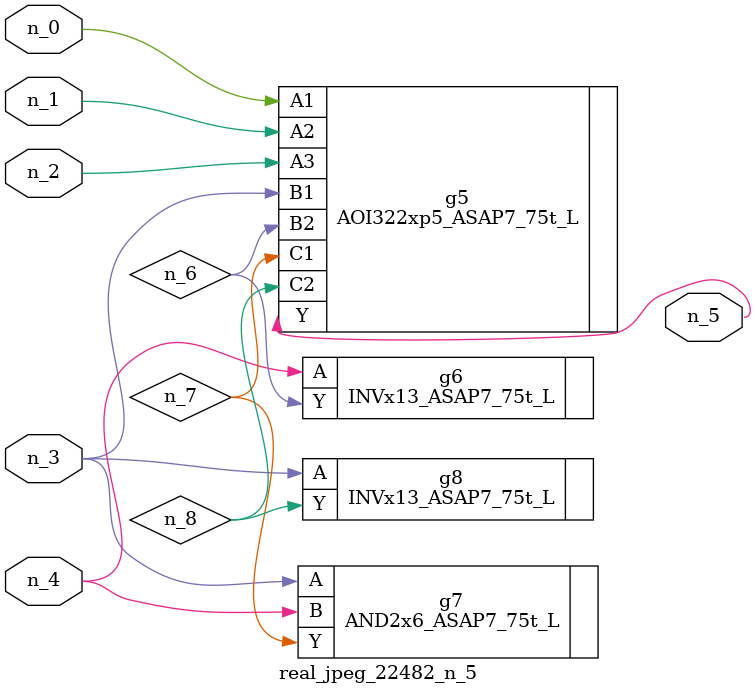
<source format=v>
module real_jpeg_22482_n_5 (n_4, n_0, n_1, n_2, n_3, n_5);

input n_4;
input n_0;
input n_1;
input n_2;
input n_3;

output n_5;

wire n_8;
wire n_6;
wire n_7;

AOI322xp5_ASAP7_75t_L g5 ( 
.A1(n_0),
.A2(n_1),
.A3(n_2),
.B1(n_3),
.B2(n_6),
.C1(n_7),
.C2(n_8),
.Y(n_5)
);

AND2x6_ASAP7_75t_L g7 ( 
.A(n_3),
.B(n_4),
.Y(n_7)
);

INVx13_ASAP7_75t_L g8 ( 
.A(n_3),
.Y(n_8)
);

INVx13_ASAP7_75t_L g6 ( 
.A(n_4),
.Y(n_6)
);


endmodule
</source>
